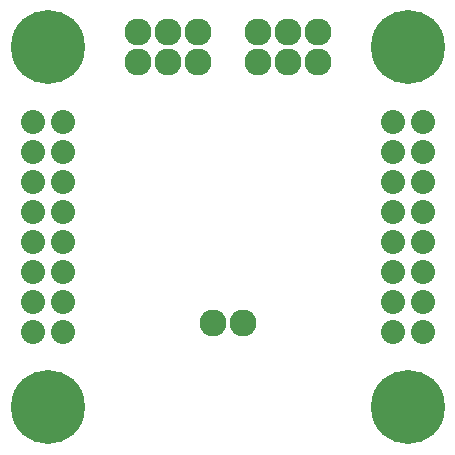
<source format=gbr>
G04 This is an RS-274x file exported by *
G04 gerbv version 2.6.1 *
G04 More information is available about gerbv at *
G04 http://gerbv.geda-project.org/ *
G04 --End of header info--*
%MOIN*%
%FSLAX34Y34*%
%IPPOS*%
%IN "TXB0108.pcb"*%
G04 --Define apertures--*
%ADD10C,0.0010*%
%ADD11C,0.2462*%
%ADD12C,0.0800*%
%ADD13C,0.0900*%
G04 --Start main section--*
G54D11*
G01X0014000Y0014000D03*
G01X0014000Y0026000D03*
G01X0026000Y0026000D03*
G01X0026000Y0014000D03*
G54D12*
G01X0025500Y0023500D03*
G01X0026500Y0023500D03*
G01X0025500Y0022500D03*
G01X0026500Y0022500D03*
G01X0025500Y0021500D03*
G01X0026500Y0021500D03*
G01X0025500Y0020500D03*
G01X0026500Y0020500D03*
G01X0025500Y0019500D03*
G01X0026500Y0019500D03*
G01X0025500Y0018500D03*
G01X0026500Y0018500D03*
G01X0025500Y0017500D03*
G01X0026500Y0017500D03*
G01X0025500Y0016500D03*
G01X0026500Y0016500D03*
G01X0013500Y0023500D03*
G01X0014500Y0023500D03*
G01X0013500Y0022500D03*
G01X0014500Y0022500D03*
G01X0013500Y0021500D03*
G01X0014500Y0021500D03*
G01X0013500Y0020500D03*
G01X0014500Y0020500D03*
G01X0013500Y0019500D03*
G01X0014500Y0019500D03*
G01X0013500Y0018500D03*
G01X0014500Y0018500D03*
G01X0013500Y0017500D03*
G01X0014500Y0017500D03*
G01X0013500Y0016500D03*
G01X0014500Y0016500D03*
G54D13*
G01X0023000Y0026500D03*
G01X0023000Y0025500D03*
G01X0022000Y0026500D03*
G01X0022000Y0025500D03*
G01X0021000Y0026500D03*
G01X0021000Y0025500D03*
G01X0019000Y0026500D03*
G01X0019000Y0025500D03*
G01X0018000Y0026500D03*
G01X0018000Y0025500D03*
G01X0017000Y0026500D03*
G01X0017000Y0025500D03*
G01X0020500Y0016800D03*
G01X0019500Y0016800D03*
M02*

</source>
